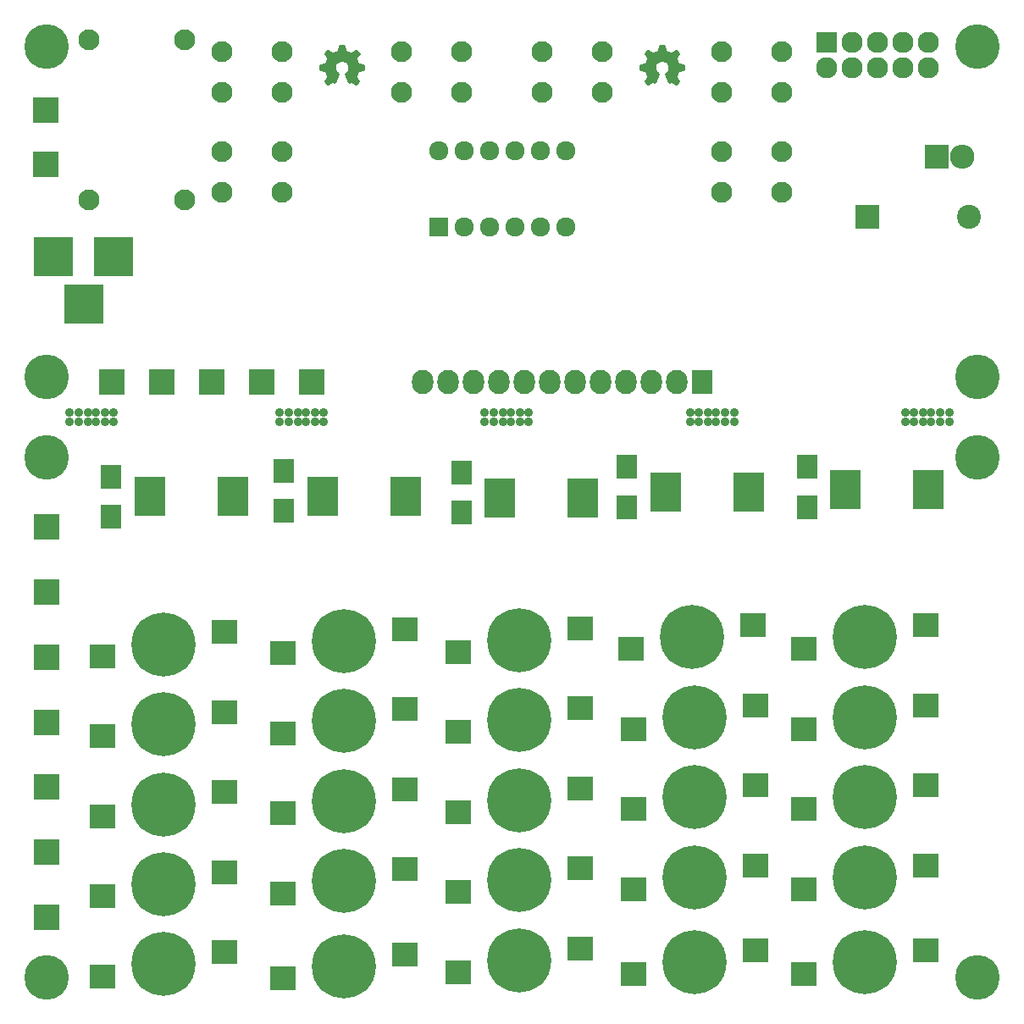
<source format=gts>
G04 #@! TF.FileFunction,Soldermask,Top*
%FSLAX46Y46*%
G04 Gerber Fmt 4.6, Leading zero omitted, Abs format (unit mm)*
G04 Created by KiCad (PCBNEW 4.0.7) date Sat Oct  7 11:25:55 2017*
%MOMM*%
%LPD*%
G01*
G04 APERTURE LIST*
%ADD10C,0.100000*%
%ADD11C,6.400000*%
%ADD12R,2.500000X2.400000*%
%ADD13C,1.400000*%
%ADD14R,2.635200X2.635200*%
%ADD15R,2.000000X2.400000*%
%ADD16C,2.398980*%
%ADD17R,2.398980X2.398980*%
%ADD18R,3.900120X3.900120*%
%ADD19R,2.127200X2.432000*%
%ADD20O,2.127200X2.432000*%
%ADD21R,3.100000X4.000000*%
%ADD22R,2.127200X2.127200*%
%ADD23O,2.127200X2.127200*%
%ADD24R,2.432000X2.432000*%
%ADD25O,2.432000X2.432000*%
%ADD26C,2.100000*%
%ADD27C,1.924000*%
%ADD28R,1.924000X1.924000*%
%ADD29C,4.464000*%
%ADD30C,0.900000*%
%ADD31C,0.254000*%
G04 APERTURE END LIST*
D10*
D11*
X45200000Y-109200000D03*
D12*
X39100000Y-110400000D03*
X51300000Y-108000000D03*
D13*
X43700000Y-107700000D03*
X44700000Y-107700000D03*
X45700000Y-107700000D03*
X46700000Y-107700000D03*
X43700000Y-108700000D03*
X44700000Y-108700000D03*
X45700000Y-108700000D03*
X46700000Y-108700000D03*
X43700000Y-109700000D03*
X44700000Y-109700000D03*
X45700000Y-109700000D03*
X46700000Y-109700000D03*
X43700000Y-110700000D03*
X44700000Y-110700000D03*
X45700000Y-110700000D03*
X46700000Y-110700000D03*
D14*
X33400000Y-39800000D03*
X33500000Y-81500000D03*
D15*
X39950000Y-76450000D03*
X39950000Y-80450000D03*
X74950000Y-76050000D03*
X74950000Y-80050000D03*
X57200000Y-75900000D03*
X57200000Y-79900000D03*
X91500000Y-75500000D03*
X91500000Y-79500000D03*
X109500000Y-75500000D03*
X109500000Y-79500000D03*
D16*
X125660000Y-50502540D03*
D17*
X115500000Y-50502540D03*
D14*
X33500000Y-120500000D03*
X33500000Y-114000000D03*
X33500000Y-107500000D03*
X33500000Y-101000000D03*
X33500000Y-94500000D03*
X33400000Y-45200000D03*
X33500000Y-88000000D03*
D18*
X40200140Y-54500000D03*
X34200660Y-54500000D03*
X37200400Y-59199000D03*
D19*
X99000000Y-67000000D03*
D20*
X96460000Y-67000000D03*
X93920000Y-67000000D03*
X91380000Y-67000000D03*
X88840000Y-67000000D03*
X86300000Y-67000000D03*
X83760000Y-67000000D03*
X81220000Y-67000000D03*
X78680000Y-67000000D03*
X76140000Y-67000000D03*
X73600000Y-67000000D03*
X71060000Y-67000000D03*
D21*
X43800000Y-78450000D03*
X52100000Y-78450000D03*
X78800000Y-78550000D03*
X87100000Y-78550000D03*
X61050000Y-78400000D03*
X69350000Y-78400000D03*
X95350000Y-78000000D03*
X103650000Y-78000000D03*
X113350000Y-77750000D03*
X121650000Y-77750000D03*
D22*
X111500000Y-33000000D03*
D23*
X111500000Y-35540000D03*
X114040000Y-33000000D03*
X114040000Y-35540000D03*
X116580000Y-33000000D03*
X116580000Y-35540000D03*
X119120000Y-33000000D03*
X119120000Y-35540000D03*
X121660000Y-33000000D03*
X121660000Y-35540000D03*
D24*
X122500000Y-44500000D03*
D25*
X125040000Y-44500000D03*
D14*
X40000000Y-67000000D03*
X45000000Y-67000000D03*
X50000000Y-67000000D03*
X55000000Y-67000000D03*
X60000000Y-67000000D03*
D26*
X57000000Y-38000000D03*
X51000000Y-38000000D03*
X57000000Y-34000000D03*
X51000000Y-34000000D03*
X57000000Y-48000000D03*
X51000000Y-48000000D03*
X57000000Y-44000000D03*
X51000000Y-44000000D03*
X107000000Y-38000000D03*
X101000000Y-38000000D03*
X107000000Y-34000000D03*
X101000000Y-34000000D03*
X107000000Y-48000000D03*
X101000000Y-48000000D03*
X107000000Y-44000000D03*
X101000000Y-44000000D03*
X75000000Y-38000000D03*
X69000000Y-38000000D03*
X75000000Y-34000000D03*
X69000000Y-34000000D03*
X89000000Y-38000000D03*
X83000000Y-38000000D03*
X89000000Y-34000000D03*
X83000000Y-34000000D03*
X37750000Y-32750000D03*
X37750000Y-48750000D03*
X47250000Y-32750000D03*
X47250000Y-48750000D03*
D27*
X77730000Y-43920000D03*
X75190000Y-43920000D03*
X72650000Y-43920000D03*
X80270000Y-43920000D03*
X82810000Y-43920000D03*
X85350000Y-43920000D03*
D28*
X72650000Y-51540000D03*
D27*
X75190000Y-51540000D03*
X77730000Y-51540000D03*
X80270000Y-51540000D03*
X82810000Y-51540000D03*
X85350000Y-51540000D03*
D11*
X115250000Y-125000000D03*
D12*
X109150000Y-126200000D03*
X121350000Y-123800000D03*
D13*
X113750000Y-123500000D03*
X114750000Y-123500000D03*
X115750000Y-123500000D03*
X116750000Y-123500000D03*
X113750000Y-124500000D03*
X114750000Y-124500000D03*
X115750000Y-124500000D03*
X116750000Y-124500000D03*
X113750000Y-125500000D03*
X114750000Y-125500000D03*
X115750000Y-125500000D03*
X116750000Y-125500000D03*
X113750000Y-126500000D03*
X114750000Y-126500000D03*
X115750000Y-126500000D03*
X116750000Y-126500000D03*
D11*
X115250000Y-116500000D03*
D12*
X121350000Y-115300000D03*
X109150000Y-117700000D03*
D13*
X116750000Y-118000000D03*
X115750000Y-118000000D03*
X114750000Y-118000000D03*
X113750000Y-118000000D03*
X116750000Y-117000000D03*
X115750000Y-117000000D03*
X114750000Y-117000000D03*
X113750000Y-117000000D03*
X116750000Y-116000000D03*
X115750000Y-116000000D03*
X114750000Y-116000000D03*
X113750000Y-116000000D03*
X116750000Y-115000000D03*
X115750000Y-115000000D03*
X114750000Y-115000000D03*
X113750000Y-115000000D03*
D11*
X115250000Y-108500000D03*
D12*
X109150000Y-109700000D03*
X121350000Y-107300000D03*
D13*
X113750000Y-107000000D03*
X114750000Y-107000000D03*
X115750000Y-107000000D03*
X116750000Y-107000000D03*
X113750000Y-108000000D03*
X114750000Y-108000000D03*
X115750000Y-108000000D03*
X116750000Y-108000000D03*
X113750000Y-109000000D03*
X114750000Y-109000000D03*
X115750000Y-109000000D03*
X116750000Y-109000000D03*
X113750000Y-110000000D03*
X114750000Y-110000000D03*
X115750000Y-110000000D03*
X116750000Y-110000000D03*
D11*
X115250000Y-100500000D03*
D12*
X121350000Y-99300000D03*
X109150000Y-101700000D03*
D13*
X116750000Y-102000000D03*
X115750000Y-102000000D03*
X114750000Y-102000000D03*
X113750000Y-102000000D03*
X116750000Y-101000000D03*
X115750000Y-101000000D03*
X114750000Y-101000000D03*
X113750000Y-101000000D03*
X116750000Y-100000000D03*
X115750000Y-100000000D03*
X114750000Y-100000000D03*
X113750000Y-100000000D03*
X116750000Y-99000000D03*
X115750000Y-99000000D03*
X114750000Y-99000000D03*
X113750000Y-99000000D03*
D11*
X115250000Y-92500000D03*
D12*
X109150000Y-93700000D03*
X121350000Y-91300000D03*
D13*
X113750000Y-91000000D03*
X114750000Y-91000000D03*
X115750000Y-91000000D03*
X116750000Y-91000000D03*
X113750000Y-92000000D03*
X114750000Y-92000000D03*
X115750000Y-92000000D03*
X116750000Y-92000000D03*
X113750000Y-93000000D03*
X114750000Y-93000000D03*
X115750000Y-93000000D03*
X116750000Y-93000000D03*
X113750000Y-94000000D03*
X114750000Y-94000000D03*
X115750000Y-94000000D03*
X116750000Y-94000000D03*
D11*
X98250000Y-125000000D03*
D12*
X92150000Y-126200000D03*
X104350000Y-123800000D03*
D13*
X96750000Y-123500000D03*
X97750000Y-123500000D03*
X98750000Y-123500000D03*
X99750000Y-123500000D03*
X96750000Y-124500000D03*
X97750000Y-124500000D03*
X98750000Y-124500000D03*
X99750000Y-124500000D03*
X96750000Y-125500000D03*
X97750000Y-125500000D03*
X98750000Y-125500000D03*
X99750000Y-125500000D03*
X96750000Y-126500000D03*
X97750000Y-126500000D03*
X98750000Y-126500000D03*
X99750000Y-126500000D03*
D11*
X98250000Y-116500000D03*
D12*
X104350000Y-115300000D03*
X92150000Y-117700000D03*
D13*
X99750000Y-118000000D03*
X98750000Y-118000000D03*
X97750000Y-118000000D03*
X96750000Y-118000000D03*
X99750000Y-117000000D03*
X98750000Y-117000000D03*
X97750000Y-117000000D03*
X96750000Y-117000000D03*
X99750000Y-116000000D03*
X98750000Y-116000000D03*
X97750000Y-116000000D03*
X96750000Y-116000000D03*
X99750000Y-115000000D03*
X98750000Y-115000000D03*
X97750000Y-115000000D03*
X96750000Y-115000000D03*
D11*
X98250000Y-108500000D03*
D12*
X92150000Y-109700000D03*
X104350000Y-107300000D03*
D13*
X96750000Y-107000000D03*
X97750000Y-107000000D03*
X98750000Y-107000000D03*
X99750000Y-107000000D03*
X96750000Y-108000000D03*
X97750000Y-108000000D03*
X98750000Y-108000000D03*
X99750000Y-108000000D03*
X96750000Y-109000000D03*
X97750000Y-109000000D03*
X98750000Y-109000000D03*
X99750000Y-109000000D03*
X96750000Y-110000000D03*
X97750000Y-110000000D03*
X98750000Y-110000000D03*
X99750000Y-110000000D03*
D11*
X98250000Y-100500000D03*
D12*
X104350000Y-99300000D03*
X92150000Y-101700000D03*
D13*
X99750000Y-102000000D03*
X98750000Y-102000000D03*
X97750000Y-102000000D03*
X96750000Y-102000000D03*
X99750000Y-101000000D03*
X98750000Y-101000000D03*
X97750000Y-101000000D03*
X96750000Y-101000000D03*
X99750000Y-100000000D03*
X98750000Y-100000000D03*
X97750000Y-100000000D03*
X96750000Y-100000000D03*
X99750000Y-99000000D03*
X98750000Y-99000000D03*
X97750000Y-99000000D03*
X96750000Y-99000000D03*
D11*
X98000000Y-92500000D03*
D12*
X91900000Y-93700000D03*
X104100000Y-91300000D03*
D13*
X96500000Y-91000000D03*
X97500000Y-91000000D03*
X98500000Y-91000000D03*
X99500000Y-91000000D03*
X96500000Y-92000000D03*
X97500000Y-92000000D03*
X98500000Y-92000000D03*
X99500000Y-92000000D03*
X96500000Y-93000000D03*
X97500000Y-93000000D03*
X98500000Y-93000000D03*
X99500000Y-93000000D03*
X96500000Y-94000000D03*
X97500000Y-94000000D03*
X98500000Y-94000000D03*
X99500000Y-94000000D03*
D11*
X63200000Y-125400000D03*
D12*
X57100000Y-126600000D03*
X69300000Y-124200000D03*
D13*
X61700000Y-123900000D03*
X62700000Y-123900000D03*
X63700000Y-123900000D03*
X64700000Y-123900000D03*
X61700000Y-124900000D03*
X62700000Y-124900000D03*
X63700000Y-124900000D03*
X64700000Y-124900000D03*
X61700000Y-125900000D03*
X62700000Y-125900000D03*
X63700000Y-125900000D03*
X64700000Y-125900000D03*
X61700000Y-126900000D03*
X62700000Y-126900000D03*
X63700000Y-126900000D03*
X64700000Y-126900000D03*
D11*
X63200000Y-116900000D03*
D12*
X69300000Y-115700000D03*
X57100000Y-118100000D03*
D13*
X64700000Y-118400000D03*
X63700000Y-118400000D03*
X62700000Y-118400000D03*
X61700000Y-118400000D03*
X64700000Y-117400000D03*
X63700000Y-117400000D03*
X62700000Y-117400000D03*
X61700000Y-117400000D03*
X64700000Y-116400000D03*
X63700000Y-116400000D03*
X62700000Y-116400000D03*
X61700000Y-116400000D03*
X64700000Y-115400000D03*
X63700000Y-115400000D03*
X62700000Y-115400000D03*
X61700000Y-115400000D03*
D11*
X63200000Y-108900000D03*
D12*
X57100000Y-110100000D03*
X69300000Y-107700000D03*
D13*
X61700000Y-107400000D03*
X62700000Y-107400000D03*
X63700000Y-107400000D03*
X64700000Y-107400000D03*
X61700000Y-108400000D03*
X62700000Y-108400000D03*
X63700000Y-108400000D03*
X64700000Y-108400000D03*
X61700000Y-109400000D03*
X62700000Y-109400000D03*
X63700000Y-109400000D03*
X64700000Y-109400000D03*
X61700000Y-110400000D03*
X62700000Y-110400000D03*
X63700000Y-110400000D03*
X64700000Y-110400000D03*
D11*
X63200000Y-100900000D03*
D12*
X69300000Y-99700000D03*
X57100000Y-102100000D03*
D13*
X64700000Y-102400000D03*
X63700000Y-102400000D03*
X62700000Y-102400000D03*
X61700000Y-102400000D03*
X64700000Y-101400000D03*
X63700000Y-101400000D03*
X62700000Y-101400000D03*
X61700000Y-101400000D03*
X64700000Y-100400000D03*
X63700000Y-100400000D03*
X62700000Y-100400000D03*
X61700000Y-100400000D03*
X64700000Y-99400000D03*
X63700000Y-99400000D03*
X62700000Y-99400000D03*
X61700000Y-99400000D03*
D11*
X63200000Y-92900000D03*
D12*
X57100000Y-94100000D03*
X69300000Y-91700000D03*
D13*
X61700000Y-91400000D03*
X62700000Y-91400000D03*
X63700000Y-91400000D03*
X64700000Y-91400000D03*
X61700000Y-92400000D03*
X62700000Y-92400000D03*
X63700000Y-92400000D03*
X64700000Y-92400000D03*
X61700000Y-93400000D03*
X62700000Y-93400000D03*
X63700000Y-93400000D03*
X64700000Y-93400000D03*
X61700000Y-94400000D03*
X62700000Y-94400000D03*
X63700000Y-94400000D03*
X64700000Y-94400000D03*
D11*
X80700000Y-124800000D03*
D12*
X74600000Y-126000000D03*
X86800000Y-123600000D03*
D13*
X79200000Y-123300000D03*
X80200000Y-123300000D03*
X81200000Y-123300000D03*
X82200000Y-123300000D03*
X79200000Y-124300000D03*
X80200000Y-124300000D03*
X81200000Y-124300000D03*
X82200000Y-124300000D03*
X79200000Y-125300000D03*
X80200000Y-125300000D03*
X81200000Y-125300000D03*
X82200000Y-125300000D03*
X79200000Y-126300000D03*
X80200000Y-126300000D03*
X81200000Y-126300000D03*
X82200000Y-126300000D03*
D11*
X80700000Y-116800000D03*
D12*
X86800000Y-115600000D03*
X74600000Y-118000000D03*
D13*
X82200000Y-118300000D03*
X81200000Y-118300000D03*
X80200000Y-118300000D03*
X79200000Y-118300000D03*
X82200000Y-117300000D03*
X81200000Y-117300000D03*
X80200000Y-117300000D03*
X79200000Y-117300000D03*
X82200000Y-116300000D03*
X81200000Y-116300000D03*
X80200000Y-116300000D03*
X79200000Y-116300000D03*
X82200000Y-115300000D03*
X81200000Y-115300000D03*
X80200000Y-115300000D03*
X79200000Y-115300000D03*
D11*
X80700000Y-108800000D03*
D12*
X74600000Y-110000000D03*
X86800000Y-107600000D03*
D13*
X79200000Y-107300000D03*
X80200000Y-107300000D03*
X81200000Y-107300000D03*
X82200000Y-107300000D03*
X79200000Y-108300000D03*
X80200000Y-108300000D03*
X81200000Y-108300000D03*
X82200000Y-108300000D03*
X79200000Y-109300000D03*
X80200000Y-109300000D03*
X81200000Y-109300000D03*
X82200000Y-109300000D03*
X79200000Y-110300000D03*
X80200000Y-110300000D03*
X81200000Y-110300000D03*
X82200000Y-110300000D03*
D11*
X80700000Y-100800000D03*
D12*
X86800000Y-99600000D03*
X74600000Y-102000000D03*
D13*
X82200000Y-102300000D03*
X81200000Y-102300000D03*
X80200000Y-102300000D03*
X79200000Y-102300000D03*
X82200000Y-101300000D03*
X81200000Y-101300000D03*
X80200000Y-101300000D03*
X79200000Y-101300000D03*
X82200000Y-100300000D03*
X81200000Y-100300000D03*
X80200000Y-100300000D03*
X79200000Y-100300000D03*
X82200000Y-99300000D03*
X81200000Y-99300000D03*
X80200000Y-99300000D03*
X79200000Y-99300000D03*
D11*
X80700000Y-92800000D03*
D12*
X74600000Y-94000000D03*
X86800000Y-91600000D03*
D13*
X79200000Y-91300000D03*
X80200000Y-91300000D03*
X81200000Y-91300000D03*
X82200000Y-91300000D03*
X79200000Y-92300000D03*
X80200000Y-92300000D03*
X81200000Y-92300000D03*
X82200000Y-92300000D03*
X79200000Y-93300000D03*
X80200000Y-93300000D03*
X81200000Y-93300000D03*
X82200000Y-93300000D03*
X79200000Y-94300000D03*
X80200000Y-94300000D03*
X81200000Y-94300000D03*
X82200000Y-94300000D03*
D11*
X45200000Y-125200000D03*
D12*
X39100000Y-126400000D03*
X51300000Y-124000000D03*
D13*
X43700000Y-123700000D03*
X44700000Y-123700000D03*
X45700000Y-123700000D03*
X46700000Y-123700000D03*
X43700000Y-124700000D03*
X44700000Y-124700000D03*
X45700000Y-124700000D03*
X46700000Y-124700000D03*
X43700000Y-125700000D03*
X44700000Y-125700000D03*
X45700000Y-125700000D03*
X46700000Y-125700000D03*
X43700000Y-126700000D03*
X44700000Y-126700000D03*
X45700000Y-126700000D03*
X46700000Y-126700000D03*
D11*
X45200000Y-117200000D03*
D12*
X51300000Y-116000000D03*
X39100000Y-118400000D03*
D13*
X46700000Y-118700000D03*
X45700000Y-118700000D03*
X44700000Y-118700000D03*
X43700000Y-118700000D03*
X46700000Y-117700000D03*
X45700000Y-117700000D03*
X44700000Y-117700000D03*
X43700000Y-117700000D03*
X46700000Y-116700000D03*
X45700000Y-116700000D03*
X44700000Y-116700000D03*
X43700000Y-116700000D03*
X46700000Y-115700000D03*
X45700000Y-115700000D03*
X44700000Y-115700000D03*
X43700000Y-115700000D03*
D11*
X45200000Y-101200000D03*
D12*
X51300000Y-100000000D03*
X39100000Y-102400000D03*
D13*
X46700000Y-102700000D03*
X45700000Y-102700000D03*
X44700000Y-102700000D03*
X43700000Y-102700000D03*
X46700000Y-101700000D03*
X45700000Y-101700000D03*
X44700000Y-101700000D03*
X43700000Y-101700000D03*
X46700000Y-100700000D03*
X45700000Y-100700000D03*
X44700000Y-100700000D03*
X43700000Y-100700000D03*
X46700000Y-99700000D03*
X45700000Y-99700000D03*
X44700000Y-99700000D03*
X43700000Y-99700000D03*
D11*
X45200000Y-93200000D03*
D12*
X39100000Y-94400000D03*
X51300000Y-92000000D03*
D13*
X43700000Y-91700000D03*
X44700000Y-91700000D03*
X45700000Y-91700000D03*
X46700000Y-91700000D03*
X43700000Y-92700000D03*
X44700000Y-92700000D03*
X45700000Y-92700000D03*
X46700000Y-92700000D03*
X43700000Y-93700000D03*
X44700000Y-93700000D03*
X45700000Y-93700000D03*
X46700000Y-93700000D03*
X43700000Y-94700000D03*
X44700000Y-94700000D03*
X45700000Y-94700000D03*
X46700000Y-94700000D03*
D29*
X33500000Y-33500000D03*
X33500000Y-66500000D03*
X126500000Y-33500000D03*
X126500000Y-66500000D03*
X126500000Y-126500000D03*
X126500000Y-74500000D03*
X33500000Y-126500000D03*
X33500000Y-74500000D03*
D30*
X35800000Y-70000000D03*
X35800000Y-71000000D03*
X36700000Y-70000000D03*
X37600000Y-70000000D03*
X38400000Y-70000000D03*
X39300000Y-70000000D03*
X40200000Y-70000000D03*
X36700000Y-71000000D03*
X37600000Y-71000000D03*
X38400000Y-71000000D03*
X39300000Y-71000000D03*
X40200000Y-71000000D03*
X119300000Y-70000000D03*
X119300000Y-71000000D03*
X120200000Y-70000000D03*
X121100000Y-70000000D03*
X121900000Y-70000000D03*
X122800000Y-70000000D03*
X123700000Y-70000000D03*
X120200000Y-71000000D03*
X121100000Y-71000000D03*
X121900000Y-71000000D03*
X122800000Y-71000000D03*
X123700000Y-71000000D03*
X77300000Y-70000000D03*
X77300000Y-71000000D03*
X78200000Y-70000000D03*
X79100000Y-70000000D03*
X79900000Y-70000000D03*
X80800000Y-70000000D03*
X81700000Y-70000000D03*
X78200000Y-71000000D03*
X79100000Y-71000000D03*
X79900000Y-71000000D03*
X80800000Y-71000000D03*
X81700000Y-71000000D03*
X56800000Y-70000000D03*
X56800000Y-71000000D03*
X57700000Y-70000000D03*
X58600000Y-70000000D03*
X59400000Y-70000000D03*
X60300000Y-70000000D03*
X61200000Y-70000000D03*
X57700000Y-71000000D03*
X58600000Y-71000000D03*
X59400000Y-71000000D03*
X60300000Y-71000000D03*
X61200000Y-71000000D03*
X97800000Y-70000000D03*
X97800000Y-71000000D03*
X98700000Y-70000000D03*
X99600000Y-70000000D03*
X100400000Y-70000000D03*
X101300000Y-70000000D03*
X102200000Y-70000000D03*
X98700000Y-71000000D03*
X99600000Y-71000000D03*
X100400000Y-71000000D03*
X101300000Y-71000000D03*
X102200000Y-71000000D03*
D31*
G36*
X63315301Y-33864065D02*
X63319517Y-33880161D01*
X63329517Y-33910161D01*
X63354634Y-33953871D01*
X63402351Y-33987722D01*
X63822351Y-34157722D01*
X63871905Y-34166986D01*
X63941413Y-34145020D01*
X64379020Y-33847447D01*
X64688063Y-34148953D01*
X64421308Y-34549086D01*
X64420197Y-34550197D01*
X64392334Y-34592211D01*
X64383000Y-34640000D01*
X64383000Y-34660000D01*
X64389517Y-34700161D01*
X64399517Y-34730161D01*
X64403118Y-34739675D01*
X64573118Y-35139675D01*
X64600197Y-35179803D01*
X64610197Y-35189803D01*
X64652211Y-35217666D01*
X64686534Y-35224370D01*
X64686453Y-35224798D01*
X65163000Y-35314713D01*
X65163000Y-35753523D01*
X64745563Y-35835373D01*
X64729839Y-35839517D01*
X64669839Y-35859517D01*
X64626129Y-35884634D01*
X64593406Y-35929653D01*
X64403406Y-36369653D01*
X64393000Y-36420000D01*
X64393000Y-36440000D01*
X64414662Y-36510942D01*
X64685520Y-36913125D01*
X64377938Y-37213555D01*
X63979376Y-36953623D01*
X63932524Y-36935013D01*
X63882122Y-36936097D01*
X63853204Y-36946408D01*
X63835524Y-36955248D01*
X63725939Y-37004561D01*
X63391043Y-36184948D01*
X63411041Y-36167806D01*
X63509336Y-36089170D01*
X63528293Y-36070421D01*
X63618293Y-35960421D01*
X63631493Y-35940814D01*
X63691493Y-35830814D01*
X63701384Y-35807349D01*
X63741384Y-35677349D01*
X63747000Y-35640000D01*
X63747000Y-35450000D01*
X63743748Y-35421443D01*
X63713748Y-35291443D01*
X63703592Y-35263204D01*
X63643592Y-35143204D01*
X63631600Y-35123800D01*
X63571600Y-35043800D01*
X63559803Y-35030197D01*
X63549803Y-35020197D01*
X63543630Y-35014423D01*
X63463630Y-34944423D01*
X63450447Y-34934330D01*
X63420447Y-34914330D01*
X63413010Y-34909733D01*
X63343010Y-34869733D01*
X63327167Y-34862083D01*
X63227167Y-34822083D01*
X63210802Y-34816792D01*
X63170802Y-34806792D01*
X63167550Y-34806024D01*
X63077550Y-34786024D01*
X63050000Y-34783000D01*
X62940000Y-34783000D01*
X62911443Y-34786252D01*
X62781443Y-34816252D01*
X62762833Y-34822083D01*
X62662833Y-34862083D01*
X62637170Y-34875958D01*
X62537170Y-34945958D01*
X62528697Y-34952436D01*
X62468697Y-35002436D01*
X62449752Y-35022030D01*
X62379752Y-35112030D01*
X62366408Y-35133204D01*
X62338593Y-35188834D01*
X62311098Y-35234659D01*
X62297886Y-35265110D01*
X62257886Y-35405110D01*
X62253439Y-35429453D01*
X62243439Y-35549453D01*
X62245049Y-35582718D01*
X62265049Y-35692718D01*
X62269517Y-35710161D01*
X62309517Y-35830161D01*
X62321098Y-35855341D01*
X62381098Y-35955341D01*
X62391707Y-35970421D01*
X62481707Y-36080421D01*
X62500664Y-36099170D01*
X62608645Y-36185555D01*
X62273493Y-37001952D01*
X62154602Y-36945337D01*
X62105689Y-36933127D01*
X62043204Y-36946408D01*
X62023204Y-36956408D01*
X62011204Y-36963247D01*
X61627205Y-37210713D01*
X61314382Y-36911491D01*
X61585995Y-36499957D01*
X61604862Y-36453207D01*
X61597917Y-36382833D01*
X61417917Y-35932833D01*
X61390276Y-35890673D01*
X61325312Y-35855548D01*
X60828556Y-35754513D01*
X60835666Y-35313711D01*
X61332325Y-35225022D01*
X61379207Y-35206486D01*
X61427150Y-35149040D01*
X61607150Y-34719040D01*
X61617000Y-34670000D01*
X61617000Y-34640000D01*
X61595292Y-34568989D01*
X61311996Y-34148929D01*
X61619380Y-33849229D01*
X62059058Y-34145338D01*
X62130000Y-34167000D01*
X62140000Y-34167000D01*
X62189410Y-34156994D01*
X62211281Y-34142272D01*
X62597167Y-33987917D01*
X62639327Y-33960276D01*
X62674534Y-33894907D01*
X62780115Y-33367000D01*
X63219376Y-33367000D01*
X63315301Y-33864065D01*
X63315301Y-33864065D01*
G37*
X63315301Y-33864065D02*
X63319517Y-33880161D01*
X63329517Y-33910161D01*
X63354634Y-33953871D01*
X63402351Y-33987722D01*
X63822351Y-34157722D01*
X63871905Y-34166986D01*
X63941413Y-34145020D01*
X64379020Y-33847447D01*
X64688063Y-34148953D01*
X64421308Y-34549086D01*
X64420197Y-34550197D01*
X64392334Y-34592211D01*
X64383000Y-34640000D01*
X64383000Y-34660000D01*
X64389517Y-34700161D01*
X64399517Y-34730161D01*
X64403118Y-34739675D01*
X64573118Y-35139675D01*
X64600197Y-35179803D01*
X64610197Y-35189803D01*
X64652211Y-35217666D01*
X64686534Y-35224370D01*
X64686453Y-35224798D01*
X65163000Y-35314713D01*
X65163000Y-35753523D01*
X64745563Y-35835373D01*
X64729839Y-35839517D01*
X64669839Y-35859517D01*
X64626129Y-35884634D01*
X64593406Y-35929653D01*
X64403406Y-36369653D01*
X64393000Y-36420000D01*
X64393000Y-36440000D01*
X64414662Y-36510942D01*
X64685520Y-36913125D01*
X64377938Y-37213555D01*
X63979376Y-36953623D01*
X63932524Y-36935013D01*
X63882122Y-36936097D01*
X63853204Y-36946408D01*
X63835524Y-36955248D01*
X63725939Y-37004561D01*
X63391043Y-36184948D01*
X63411041Y-36167806D01*
X63509336Y-36089170D01*
X63528293Y-36070421D01*
X63618293Y-35960421D01*
X63631493Y-35940814D01*
X63691493Y-35830814D01*
X63701384Y-35807349D01*
X63741384Y-35677349D01*
X63747000Y-35640000D01*
X63747000Y-35450000D01*
X63743748Y-35421443D01*
X63713748Y-35291443D01*
X63703592Y-35263204D01*
X63643592Y-35143204D01*
X63631600Y-35123800D01*
X63571600Y-35043800D01*
X63559803Y-35030197D01*
X63549803Y-35020197D01*
X63543630Y-35014423D01*
X63463630Y-34944423D01*
X63450447Y-34934330D01*
X63420447Y-34914330D01*
X63413010Y-34909733D01*
X63343010Y-34869733D01*
X63327167Y-34862083D01*
X63227167Y-34822083D01*
X63210802Y-34816792D01*
X63170802Y-34806792D01*
X63167550Y-34806024D01*
X63077550Y-34786024D01*
X63050000Y-34783000D01*
X62940000Y-34783000D01*
X62911443Y-34786252D01*
X62781443Y-34816252D01*
X62762833Y-34822083D01*
X62662833Y-34862083D01*
X62637170Y-34875958D01*
X62537170Y-34945958D01*
X62528697Y-34952436D01*
X62468697Y-35002436D01*
X62449752Y-35022030D01*
X62379752Y-35112030D01*
X62366408Y-35133204D01*
X62338593Y-35188834D01*
X62311098Y-35234659D01*
X62297886Y-35265110D01*
X62257886Y-35405110D01*
X62253439Y-35429453D01*
X62243439Y-35549453D01*
X62245049Y-35582718D01*
X62265049Y-35692718D01*
X62269517Y-35710161D01*
X62309517Y-35830161D01*
X62321098Y-35855341D01*
X62381098Y-35955341D01*
X62391707Y-35970421D01*
X62481707Y-36080421D01*
X62500664Y-36099170D01*
X62608645Y-36185555D01*
X62273493Y-37001952D01*
X62154602Y-36945337D01*
X62105689Y-36933127D01*
X62043204Y-36946408D01*
X62023204Y-36956408D01*
X62011204Y-36963247D01*
X61627205Y-37210713D01*
X61314382Y-36911491D01*
X61585995Y-36499957D01*
X61604862Y-36453207D01*
X61597917Y-36382833D01*
X61417917Y-35932833D01*
X61390276Y-35890673D01*
X61325312Y-35855548D01*
X60828556Y-35754513D01*
X60835666Y-35313711D01*
X61332325Y-35225022D01*
X61379207Y-35206486D01*
X61427150Y-35149040D01*
X61607150Y-34719040D01*
X61617000Y-34670000D01*
X61617000Y-34640000D01*
X61595292Y-34568989D01*
X61311996Y-34148929D01*
X61619380Y-33849229D01*
X62059058Y-34145338D01*
X62130000Y-34167000D01*
X62140000Y-34167000D01*
X62189410Y-34156994D01*
X62211281Y-34142272D01*
X62597167Y-33987917D01*
X62639327Y-33960276D01*
X62674534Y-33894907D01*
X62780115Y-33367000D01*
X63219376Y-33367000D01*
X63315301Y-33864065D01*
G36*
X95315301Y-33864065D02*
X95319517Y-33880161D01*
X95329517Y-33910161D01*
X95354634Y-33953871D01*
X95402351Y-33987722D01*
X95822351Y-34157722D01*
X95871905Y-34166986D01*
X95941413Y-34145020D01*
X96379020Y-33847447D01*
X96688063Y-34148953D01*
X96421308Y-34549086D01*
X96420197Y-34550197D01*
X96392334Y-34592211D01*
X96383000Y-34640000D01*
X96383000Y-34660000D01*
X96389517Y-34700161D01*
X96399517Y-34730161D01*
X96403118Y-34739675D01*
X96573118Y-35139675D01*
X96600197Y-35179803D01*
X96610197Y-35189803D01*
X96652211Y-35217666D01*
X96686534Y-35224370D01*
X96686453Y-35224798D01*
X97163000Y-35314713D01*
X97163000Y-35753523D01*
X96745563Y-35835373D01*
X96729839Y-35839517D01*
X96669839Y-35859517D01*
X96626129Y-35884634D01*
X96593406Y-35929653D01*
X96403406Y-36369653D01*
X96393000Y-36420000D01*
X96393000Y-36440000D01*
X96414662Y-36510942D01*
X96685520Y-36913125D01*
X96377938Y-37213555D01*
X95979376Y-36953623D01*
X95932524Y-36935013D01*
X95882122Y-36936097D01*
X95853204Y-36946408D01*
X95835524Y-36955248D01*
X95725939Y-37004561D01*
X95391043Y-36184948D01*
X95411041Y-36167806D01*
X95509336Y-36089170D01*
X95528293Y-36070421D01*
X95618293Y-35960421D01*
X95631493Y-35940814D01*
X95691493Y-35830814D01*
X95701384Y-35807349D01*
X95741384Y-35677349D01*
X95747000Y-35640000D01*
X95747000Y-35450000D01*
X95743748Y-35421443D01*
X95713748Y-35291443D01*
X95703592Y-35263204D01*
X95643592Y-35143204D01*
X95631600Y-35123800D01*
X95571600Y-35043800D01*
X95559803Y-35030197D01*
X95549803Y-35020197D01*
X95543630Y-35014423D01*
X95463630Y-34944423D01*
X95450447Y-34934330D01*
X95420447Y-34914330D01*
X95413010Y-34909733D01*
X95343010Y-34869733D01*
X95327167Y-34862083D01*
X95227167Y-34822083D01*
X95210802Y-34816792D01*
X95170802Y-34806792D01*
X95167550Y-34806024D01*
X95077550Y-34786024D01*
X95050000Y-34783000D01*
X94940000Y-34783000D01*
X94911443Y-34786252D01*
X94781443Y-34816252D01*
X94762833Y-34822083D01*
X94662833Y-34862083D01*
X94637170Y-34875958D01*
X94537170Y-34945958D01*
X94528697Y-34952436D01*
X94468697Y-35002436D01*
X94449752Y-35022030D01*
X94379752Y-35112030D01*
X94366408Y-35133204D01*
X94338593Y-35188834D01*
X94311098Y-35234659D01*
X94297886Y-35265110D01*
X94257886Y-35405110D01*
X94253439Y-35429453D01*
X94243439Y-35549453D01*
X94245049Y-35582718D01*
X94265049Y-35692718D01*
X94269517Y-35710161D01*
X94309517Y-35830161D01*
X94321098Y-35855341D01*
X94381098Y-35955341D01*
X94391707Y-35970421D01*
X94481707Y-36080421D01*
X94500664Y-36099170D01*
X94608645Y-36185555D01*
X94273493Y-37001952D01*
X94154602Y-36945337D01*
X94105689Y-36933127D01*
X94043204Y-36946408D01*
X94023204Y-36956408D01*
X94011204Y-36963247D01*
X93627205Y-37210713D01*
X93314382Y-36911491D01*
X93585995Y-36499957D01*
X93604862Y-36453207D01*
X93597917Y-36382833D01*
X93417917Y-35932833D01*
X93390276Y-35890673D01*
X93325312Y-35855548D01*
X92828556Y-35754513D01*
X92835666Y-35313711D01*
X93332325Y-35225022D01*
X93379207Y-35206486D01*
X93427150Y-35149040D01*
X93607150Y-34719040D01*
X93617000Y-34670000D01*
X93617000Y-34640000D01*
X93595292Y-34568989D01*
X93311996Y-34148929D01*
X93619380Y-33849229D01*
X94059058Y-34145338D01*
X94130000Y-34167000D01*
X94140000Y-34167000D01*
X94189410Y-34156994D01*
X94211281Y-34142272D01*
X94597167Y-33987917D01*
X94639327Y-33960276D01*
X94674534Y-33894907D01*
X94780115Y-33367000D01*
X95219376Y-33367000D01*
X95315301Y-33864065D01*
X95315301Y-33864065D01*
G37*
X95315301Y-33864065D02*
X95319517Y-33880161D01*
X95329517Y-33910161D01*
X95354634Y-33953871D01*
X95402351Y-33987722D01*
X95822351Y-34157722D01*
X95871905Y-34166986D01*
X95941413Y-34145020D01*
X96379020Y-33847447D01*
X96688063Y-34148953D01*
X96421308Y-34549086D01*
X96420197Y-34550197D01*
X96392334Y-34592211D01*
X96383000Y-34640000D01*
X96383000Y-34660000D01*
X96389517Y-34700161D01*
X96399517Y-34730161D01*
X96403118Y-34739675D01*
X96573118Y-35139675D01*
X96600197Y-35179803D01*
X96610197Y-35189803D01*
X96652211Y-35217666D01*
X96686534Y-35224370D01*
X96686453Y-35224798D01*
X97163000Y-35314713D01*
X97163000Y-35753523D01*
X96745563Y-35835373D01*
X96729839Y-35839517D01*
X96669839Y-35859517D01*
X96626129Y-35884634D01*
X96593406Y-35929653D01*
X96403406Y-36369653D01*
X96393000Y-36420000D01*
X96393000Y-36440000D01*
X96414662Y-36510942D01*
X96685520Y-36913125D01*
X96377938Y-37213555D01*
X95979376Y-36953623D01*
X95932524Y-36935013D01*
X95882122Y-36936097D01*
X95853204Y-36946408D01*
X95835524Y-36955248D01*
X95725939Y-37004561D01*
X95391043Y-36184948D01*
X95411041Y-36167806D01*
X95509336Y-36089170D01*
X95528293Y-36070421D01*
X95618293Y-35960421D01*
X95631493Y-35940814D01*
X95691493Y-35830814D01*
X95701384Y-35807349D01*
X95741384Y-35677349D01*
X95747000Y-35640000D01*
X95747000Y-35450000D01*
X95743748Y-35421443D01*
X95713748Y-35291443D01*
X95703592Y-35263204D01*
X95643592Y-35143204D01*
X95631600Y-35123800D01*
X95571600Y-35043800D01*
X95559803Y-35030197D01*
X95549803Y-35020197D01*
X95543630Y-35014423D01*
X95463630Y-34944423D01*
X95450447Y-34934330D01*
X95420447Y-34914330D01*
X95413010Y-34909733D01*
X95343010Y-34869733D01*
X95327167Y-34862083D01*
X95227167Y-34822083D01*
X95210802Y-34816792D01*
X95170802Y-34806792D01*
X95167550Y-34806024D01*
X95077550Y-34786024D01*
X95050000Y-34783000D01*
X94940000Y-34783000D01*
X94911443Y-34786252D01*
X94781443Y-34816252D01*
X94762833Y-34822083D01*
X94662833Y-34862083D01*
X94637170Y-34875958D01*
X94537170Y-34945958D01*
X94528697Y-34952436D01*
X94468697Y-35002436D01*
X94449752Y-35022030D01*
X94379752Y-35112030D01*
X94366408Y-35133204D01*
X94338593Y-35188834D01*
X94311098Y-35234659D01*
X94297886Y-35265110D01*
X94257886Y-35405110D01*
X94253439Y-35429453D01*
X94243439Y-35549453D01*
X94245049Y-35582718D01*
X94265049Y-35692718D01*
X94269517Y-35710161D01*
X94309517Y-35830161D01*
X94321098Y-35855341D01*
X94381098Y-35955341D01*
X94391707Y-35970421D01*
X94481707Y-36080421D01*
X94500664Y-36099170D01*
X94608645Y-36185555D01*
X94273493Y-37001952D01*
X94154602Y-36945337D01*
X94105689Y-36933127D01*
X94043204Y-36946408D01*
X94023204Y-36956408D01*
X94011204Y-36963247D01*
X93627205Y-37210713D01*
X93314382Y-36911491D01*
X93585995Y-36499957D01*
X93604862Y-36453207D01*
X93597917Y-36382833D01*
X93417917Y-35932833D01*
X93390276Y-35890673D01*
X93325312Y-35855548D01*
X92828556Y-35754513D01*
X92835666Y-35313711D01*
X93332325Y-35225022D01*
X93379207Y-35206486D01*
X93427150Y-35149040D01*
X93607150Y-34719040D01*
X93617000Y-34670000D01*
X93617000Y-34640000D01*
X93595292Y-34568989D01*
X93311996Y-34148929D01*
X93619380Y-33849229D01*
X94059058Y-34145338D01*
X94130000Y-34167000D01*
X94140000Y-34167000D01*
X94189410Y-34156994D01*
X94211281Y-34142272D01*
X94597167Y-33987917D01*
X94639327Y-33960276D01*
X94674534Y-33894907D01*
X94780115Y-33367000D01*
X95219376Y-33367000D01*
X95315301Y-33864065D01*
M02*

</source>
